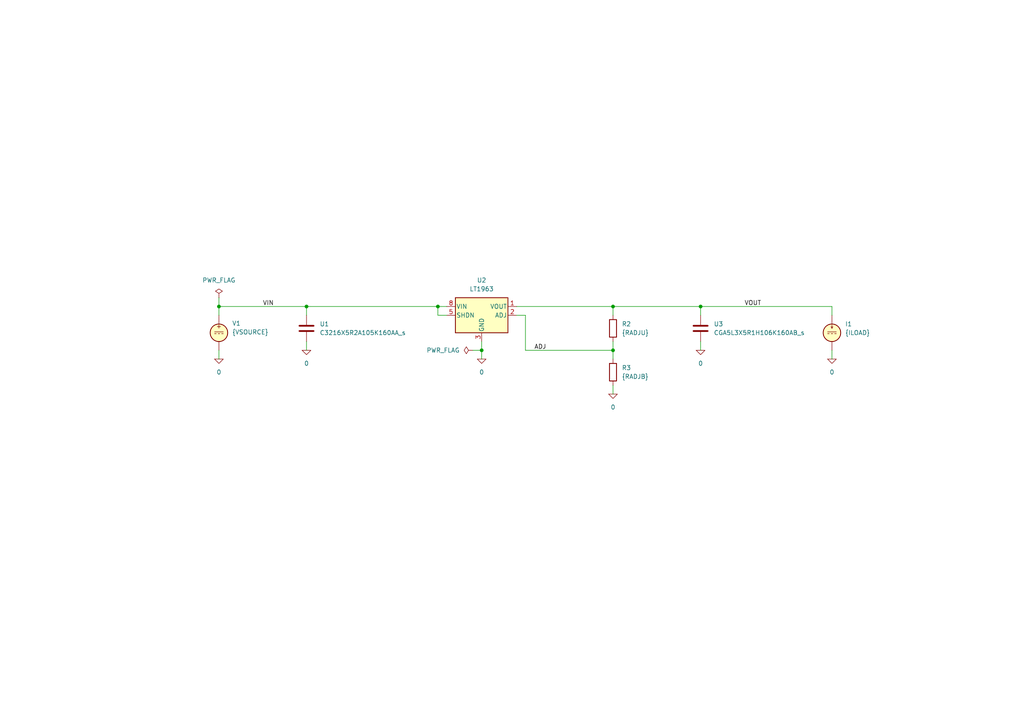
<source format=kicad_sch>
(kicad_sch
	(version 20231120)
	(generator "eeschema")
	(generator_version "8.0")
	(uuid "72225d18-1bfd-4413-a524-837d1dc5fb77")
	(paper "A4")
	(title_block
		(title "1.5A, low noise, fast transient response LDO regulator")
		(date "2024-11-28")
		(rev "2")
		(company "astroelectronic@")
		(comment 1 "-")
		(comment 2 "-")
		(comment 3 "-")
		(comment 4 "AE01005963")
	)
	(lib_symbols
		(symbol "C_1"
			(pin_numbers hide)
			(pin_names
				(offset 0.254)
			)
			(exclude_from_sim no)
			(in_bom yes)
			(on_board yes)
			(property "Reference" "C"
				(at 0.635 2.54 0)
				(effects
					(font
						(size 1.27 1.27)
					)
					(justify left)
				)
			)
			(property "Value" "C_1"
				(at 0.635 -2.54 0)
				(effects
					(font
						(size 1.27 1.27)
					)
					(justify left)
				)
			)
			(property "Footprint" ""
				(at 0.9652 -3.81 0)
				(effects
					(font
						(size 1.27 1.27)
					)
					(hide yes)
				)
			)
			(property "Datasheet" "~"
				(at 0 0 0)
				(effects
					(font
						(size 1.27 1.27)
					)
					(hide yes)
				)
			)
			(property "Description" "Unpolarized capacitor"
				(at 0 0 0)
				(effects
					(font
						(size 1.27 1.27)
					)
					(hide yes)
				)
			)
			(property "ki_keywords" "cap capacitor"
				(at 0 0 0)
				(effects
					(font
						(size 1.27 1.27)
					)
					(hide yes)
				)
			)
			(property "ki_fp_filters" "C_*"
				(at 0 0 0)
				(effects
					(font
						(size 1.27 1.27)
					)
					(hide yes)
				)
			)
			(symbol "C_1_0_1"
				(polyline
					(pts
						(xy -2.032 -0.762) (xy 2.032 -0.762)
					)
					(stroke
						(width 0.508)
						(type default)
					)
					(fill
						(type none)
					)
				)
				(polyline
					(pts
						(xy -2.032 0.762) (xy 2.032 0.762)
					)
					(stroke
						(width 0.508)
						(type default)
					)
					(fill
						(type none)
					)
				)
			)
			(symbol "C_1_1_1"
				(pin passive line
					(at 0 3.81 270)
					(length 2.794)
					(name "~"
						(effects
							(font
								(size 1.27 1.27)
							)
						)
					)
					(number "1"
						(effects
							(font
								(size 1.27 1.27)
							)
						)
					)
				)
				(pin passive line
					(at 0 -3.81 90)
					(length 2.794)
					(name "~"
						(effects
							(font
								(size 1.27 1.27)
							)
						)
					)
					(number "2"
						(effects
							(font
								(size 1.27 1.27)
							)
						)
					)
				)
			)
		)
		(symbol "C_2"
			(pin_numbers hide)
			(pin_names
				(offset 0.254)
			)
			(exclude_from_sim no)
			(in_bom yes)
			(on_board yes)
			(property "Reference" "C"
				(at 0.635 2.54 0)
				(effects
					(font
						(size 1.27 1.27)
					)
					(justify left)
				)
			)
			(property "Value" "C_2"
				(at 0.635 -2.54 0)
				(effects
					(font
						(size 1.27 1.27)
					)
					(justify left)
				)
			)
			(property "Footprint" ""
				(at 0.9652 -3.81 0)
				(effects
					(font
						(size 1.27 1.27)
					)
					(hide yes)
				)
			)
			(property "Datasheet" "~"
				(at 0 0 0)
				(effects
					(font
						(size 1.27 1.27)
					)
					(hide yes)
				)
			)
			(property "Description" "Unpolarized capacitor"
				(at 0 0 0)
				(effects
					(font
						(size 1.27 1.27)
					)
					(hide yes)
				)
			)
			(property "ki_keywords" "cap capacitor"
				(at 0 0 0)
				(effects
					(font
						(size 1.27 1.27)
					)
					(hide yes)
				)
			)
			(property "ki_fp_filters" "C_*"
				(at 0 0 0)
				(effects
					(font
						(size 1.27 1.27)
					)
					(hide yes)
				)
			)
			(symbol "C_2_0_1"
				(polyline
					(pts
						(xy -2.032 -0.762) (xy 2.032 -0.762)
					)
					(stroke
						(width 0.508)
						(type default)
					)
					(fill
						(type none)
					)
				)
				(polyline
					(pts
						(xy -2.032 0.762) (xy 2.032 0.762)
					)
					(stroke
						(width 0.508)
						(type default)
					)
					(fill
						(type none)
					)
				)
			)
			(symbol "C_2_1_1"
				(pin passive line
					(at 0 3.81 270)
					(length 2.794)
					(name "~"
						(effects
							(font
								(size 1.27 1.27)
							)
						)
					)
					(number "1"
						(effects
							(font
								(size 1.27 1.27)
							)
						)
					)
				)
				(pin passive line
					(at 0 -3.81 90)
					(length 2.794)
					(name "~"
						(effects
							(font
								(size 1.27 1.27)
							)
						)
					)
					(number "2"
						(effects
							(font
								(size 1.27 1.27)
							)
						)
					)
				)
			)
		)
		(symbol "LT1963:0"
			(power)
			(pin_names
				(offset 0)
			)
			(exclude_from_sim no)
			(in_bom yes)
			(on_board yes)
			(property "Reference" "#GND"
				(at 0 -2.54 0)
				(effects
					(font
						(size 1.27 1.27)
					)
					(hide yes)
				)
			)
			(property "Value" "0"
				(at 0 -1.778 0)
				(effects
					(font
						(size 1.27 1.27)
					)
				)
			)
			(property "Footprint" ""
				(at 0 0 0)
				(effects
					(font
						(size 1.27 1.27)
					)
					(hide yes)
				)
			)
			(property "Datasheet" "~"
				(at 0 0 0)
				(effects
					(font
						(size 1.27 1.27)
					)
					(hide yes)
				)
			)
			(property "Description" "0V reference potential for simulation"
				(at 0 0 0)
				(effects
					(font
						(size 1.27 1.27)
					)
					(hide yes)
				)
			)
			(property "ki_keywords" "simulation"
				(at 0 0 0)
				(effects
					(font
						(size 1.27 1.27)
					)
					(hide yes)
				)
			)
			(symbol "0_0_1"
				(polyline
					(pts
						(xy -1.27 0) (xy 0 -1.27) (xy 1.27 0) (xy -1.27 0)
					)
					(stroke
						(width 0)
						(type default)
					)
					(fill
						(type none)
					)
				)
			)
			(symbol "0_1_1"
				(pin power_in line
					(at 0 0 0)
					(length 0) hide
					(name "0"
						(effects
							(font
								(size 1.016 1.016)
							)
						)
					)
					(number "1"
						(effects
							(font
								(size 1.016 1.016)
							)
						)
					)
				)
			)
		)
		(symbol "LT1963:IDC"
			(pin_numbers hide)
			(pin_names
				(offset 0.0254)
			)
			(exclude_from_sim no)
			(in_bom yes)
			(on_board yes)
			(property "Reference" "I"
				(at 2.54 2.54 0)
				(effects
					(font
						(size 1.27 1.27)
					)
					(justify left)
				)
			)
			(property "Value" "1"
				(at 2.54 0 0)
				(effects
					(font
						(size 1.27 1.27)
					)
					(justify left)
				)
			)
			(property "Footprint" ""
				(at 0 0 0)
				(effects
					(font
						(size 1.27 1.27)
					)
					(hide yes)
				)
			)
			(property "Datasheet" "~"
				(at 0 0 0)
				(effects
					(font
						(size 1.27 1.27)
					)
					(hide yes)
				)
			)
			(property "Description" "Current source, DC"
				(at 0 0 0)
				(effects
					(font
						(size 1.27 1.27)
					)
					(hide yes)
				)
			)
			(property "Sim.Pins" "1=+ 2=-"
				(at 0 0 0)
				(effects
					(font
						(size 1.27 1.27)
					)
					(hide yes)
				)
			)
			(property "Sim.Type" "DC"
				(at 0 0 0)
				(effects
					(font
						(size 1.27 1.27)
					)
					(hide yes)
				)
			)
			(property "Sim.Device" "I"
				(at 0 0 0)
				(effects
					(font
						(size 1.27 1.27)
					)
					(justify left)
					(hide yes)
				)
			)
			(property "Spice_Netlist_Enabled" "Y"
				(at 0 0 0)
				(effects
					(font
						(size 1.27 1.27)
					)
					(justify left)
					(hide yes)
				)
			)
			(property "ki_keywords" "simulation"
				(at 0 0 0)
				(effects
					(font
						(size 1.27 1.27)
					)
					(hide yes)
				)
			)
			(symbol "IDC_0_0"
				(polyline
					(pts
						(xy -1.27 0.254) (xy 1.27 0.254)
					)
					(stroke
						(width 0)
						(type default)
					)
					(fill
						(type none)
					)
				)
				(polyline
					(pts
						(xy -0.762 -0.254) (xy -1.27 -0.254)
					)
					(stroke
						(width 0)
						(type default)
					)
					(fill
						(type none)
					)
				)
				(polyline
					(pts
						(xy 0.254 -0.254) (xy -0.254 -0.254)
					)
					(stroke
						(width 0)
						(type default)
					)
					(fill
						(type none)
					)
				)
				(polyline
					(pts
						(xy 1.27 -0.254) (xy 0.762 -0.254)
					)
					(stroke
						(width 0)
						(type default)
					)
					(fill
						(type none)
					)
				)
			)
			(symbol "IDC_0_1"
				(polyline
					(pts
						(xy 0 1.27) (xy 0 2.286)
					)
					(stroke
						(width 0)
						(type default)
					)
					(fill
						(type none)
					)
				)
				(polyline
					(pts
						(xy -0.254 1.778) (xy 0 1.27) (xy 0.254 1.778)
					)
					(stroke
						(width 0)
						(type default)
					)
					(fill
						(type none)
					)
				)
				(circle
					(center 0 0)
					(radius 2.54)
					(stroke
						(width 0.254)
						(type default)
					)
					(fill
						(type background)
					)
				)
			)
			(symbol "IDC_1_1"
				(pin passive line
					(at 0 5.08 270)
					(length 2.54)
					(name "~"
						(effects
							(font
								(size 1.27 1.27)
							)
						)
					)
					(number "1"
						(effects
							(font
								(size 1.27 1.27)
							)
						)
					)
				)
				(pin passive line
					(at 0 -5.08 90)
					(length 2.54)
					(name "~"
						(effects
							(font
								(size 1.27 1.27)
							)
						)
					)
					(number "2"
						(effects
							(font
								(size 1.27 1.27)
							)
						)
					)
				)
			)
		)
		(symbol "LT1963:LT1963"
			(pin_names
				(offset 0.254)
			)
			(exclude_from_sim no)
			(in_bom yes)
			(on_board yes)
			(property "Reference" "U"
				(at -6.35 6.35 0)
				(effects
					(font
						(size 1.27 1.27)
					)
				)
			)
			(property "Value" "LT1963"
				(at 0 6.35 0)
				(effects
					(font
						(size 1.27 1.27)
					)
					(justify left)
				)
			)
			(property "Footprint" ""
				(at 0 8.255 0)
				(effects
					(font
						(size 1.27 1.27)
					)
					(hide yes)
				)
			)
			(property "Datasheet" "https://www.analog.com/en/products/lt1963.html"
				(at 0 0 0)
				(effects
					(font
						(size 1.27 1.27)
					)
					(hide yes)
				)
			)
			(property "Description" "1.5A, Low Noise, Fast Transient Response LDO Regulators"
				(at 0 0 0)
				(effects
					(font
						(size 1.27 1.27)
					)
					(hide yes)
				)
			)
			(property "ki_keywords" "REGULATOR POSITIVE POWER LDO"
				(at 0 0 0)
				(effects
					(font
						(size 1.27 1.27)
					)
					(hide yes)
				)
			)
			(property "ki_fp_filters" "TSOT?23*"
				(at 0 0 0)
				(effects
					(font
						(size 1.27 1.27)
					)
					(hide yes)
				)
			)
			(symbol "LT1963_0_1"
				(rectangle
					(start -7.62 5.08)
					(end 7.62 -5.08)
					(stroke
						(width 0.254)
						(type default)
					)
					(fill
						(type background)
					)
				)
			)
			(symbol "LT1963_1_1"
				(pin passive line
					(at 10.16 2.54 180)
					(length 2.54)
					(name "VOUT"
						(effects
							(font
								(size 1.27 1.27)
							)
						)
					)
					(number "1"
						(effects
							(font
								(size 1.27 1.27)
							)
						)
					)
				)
				(pin passive line
					(at 10.16 0 180)
					(length 2.54)
					(name "ADJ"
						(effects
							(font
								(size 1.27 1.27)
							)
						)
					)
					(number "2"
						(effects
							(font
								(size 1.27 1.27)
							)
						)
					)
				)
				(pin passive line
					(at 0 -7.62 90)
					(length 2.54)
					(name "GND"
						(effects
							(font
								(size 1.27 1.27)
							)
						)
					)
					(number "3"
						(effects
							(font
								(size 1.27 1.27)
							)
						)
					)
				)
				(pin passive line
					(at -10.16 0 0)
					(length 2.54)
					(name "SHDN"
						(effects
							(font
								(size 1.27 1.27)
							)
						)
					)
					(number "5"
						(effects
							(font
								(size 1.27 1.27)
							)
						)
					)
				)
				(pin passive line
					(at -10.16 2.54 0)
					(length 2.54)
					(name "VIN"
						(effects
							(font
								(size 1.27 1.27)
							)
						)
					)
					(number "8"
						(effects
							(font
								(size 1.27 1.27)
							)
						)
					)
				)
			)
		)
		(symbol "LT1963:PWR_FLAG"
			(power)
			(pin_numbers hide)
			(pin_names
				(offset 0) hide)
			(exclude_from_sim no)
			(in_bom yes)
			(on_board yes)
			(property "Reference" "#FLG"
				(at 0 1.905 0)
				(effects
					(font
						(size 1.27 1.27)
					)
					(hide yes)
				)
			)
			(property "Value" "PWR_FLAG"
				(at 0 3.81 0)
				(effects
					(font
						(size 1.27 1.27)
					)
				)
			)
			(property "Footprint" ""
				(at 0 0 0)
				(effects
					(font
						(size 1.27 1.27)
					)
					(hide yes)
				)
			)
			(property "Datasheet" "~"
				(at 0 0 0)
				(effects
					(font
						(size 1.27 1.27)
					)
					(hide yes)
				)
			)
			(property "Description" "Special symbol for telling ERC where power comes from"
				(at 0 0 0)
				(effects
					(font
						(size 1.27 1.27)
					)
					(hide yes)
				)
			)
			(property "ki_keywords" "flag power"
				(at 0 0 0)
				(effects
					(font
						(size 1.27 1.27)
					)
					(hide yes)
				)
			)
			(symbol "PWR_FLAG_0_0"
				(pin power_out line
					(at 0 0 90)
					(length 0)
					(name "pwr"
						(effects
							(font
								(size 1.27 1.27)
							)
						)
					)
					(number "1"
						(effects
							(font
								(size 1.27 1.27)
							)
						)
					)
				)
			)
			(symbol "PWR_FLAG_0_1"
				(polyline
					(pts
						(xy 0 0) (xy 0 1.27) (xy -1.016 1.905) (xy 0 2.54) (xy 1.016 1.905) (xy 0 1.27)
					)
					(stroke
						(width 0)
						(type default)
					)
					(fill
						(type none)
					)
				)
			)
		)
		(symbol "LT1963:R"
			(pin_numbers hide)
			(pin_names
				(offset 0)
			)
			(exclude_from_sim no)
			(in_bom yes)
			(on_board yes)
			(property "Reference" "R"
				(at 2.032 0 90)
				(effects
					(font
						(size 1.27 1.27)
					)
				)
			)
			(property "Value" "R"
				(at 0 0 90)
				(effects
					(font
						(size 1.27 1.27)
					)
				)
			)
			(property "Footprint" ""
				(at -1.778 0 90)
				(effects
					(font
						(size 1.27 1.27)
					)
					(hide yes)
				)
			)
			(property "Datasheet" "~"
				(at 0 0 0)
				(effects
					(font
						(size 1.27 1.27)
					)
					(hide yes)
				)
			)
			(property "Description" "Resistor"
				(at 0 0 0)
				(effects
					(font
						(size 1.27 1.27)
					)
					(hide yes)
				)
			)
			(property "ki_keywords" "R res resistor"
				(at 0 0 0)
				(effects
					(font
						(size 1.27 1.27)
					)
					(hide yes)
				)
			)
			(property "ki_fp_filters" "R_*"
				(at 0 0 0)
				(effects
					(font
						(size 1.27 1.27)
					)
					(hide yes)
				)
			)
			(symbol "R_0_1"
				(rectangle
					(start -1.016 -2.54)
					(end 1.016 2.54)
					(stroke
						(width 0.254)
						(type default)
					)
					(fill
						(type none)
					)
				)
			)
			(symbol "R_1_1"
				(pin passive line
					(at 0 3.81 270)
					(length 1.27)
					(name "~"
						(effects
							(font
								(size 1.27 1.27)
							)
						)
					)
					(number "1"
						(effects
							(font
								(size 1.27 1.27)
							)
						)
					)
				)
				(pin passive line
					(at 0 -3.81 90)
					(length 1.27)
					(name "~"
						(effects
							(font
								(size 1.27 1.27)
							)
						)
					)
					(number "2"
						(effects
							(font
								(size 1.27 1.27)
							)
						)
					)
				)
			)
		)
		(symbol "LT1963:VDC"
			(pin_numbers hide)
			(pin_names
				(offset 0.0254)
			)
			(exclude_from_sim no)
			(in_bom yes)
			(on_board yes)
			(property "Reference" "V"
				(at 2.54 2.54 0)
				(effects
					(font
						(size 1.27 1.27)
					)
					(justify left)
				)
			)
			(property "Value" "1"
				(at 2.54 0 0)
				(effects
					(font
						(size 1.27 1.27)
					)
					(justify left)
				)
			)
			(property "Footprint" ""
				(at 0 0 0)
				(effects
					(font
						(size 1.27 1.27)
					)
					(hide yes)
				)
			)
			(property "Datasheet" "~"
				(at 0 0 0)
				(effects
					(font
						(size 1.27 1.27)
					)
					(hide yes)
				)
			)
			(property "Description" "Voltage source, DC"
				(at 0 0 0)
				(effects
					(font
						(size 1.27 1.27)
					)
					(hide yes)
				)
			)
			(property "Sim.Pins" "1=+ 2=-"
				(at 0 0 0)
				(effects
					(font
						(size 1.27 1.27)
					)
					(hide yes)
				)
			)
			(property "Sim.Type" "DC"
				(at 0 0 0)
				(effects
					(font
						(size 1.27 1.27)
					)
					(hide yes)
				)
			)
			(property "Sim.Device" "V"
				(at 0 0 0)
				(effects
					(font
						(size 1.27 1.27)
					)
					(justify left)
					(hide yes)
				)
			)
			(property "Spice_Netlist_Enabled" "Y"
				(at 0 0 0)
				(effects
					(font
						(size 1.27 1.27)
					)
					(justify left)
					(hide yes)
				)
			)
			(property "ki_keywords" "simulation"
				(at 0 0 0)
				(effects
					(font
						(size 1.27 1.27)
					)
					(hide yes)
				)
			)
			(symbol "VDC_0_0"
				(polyline
					(pts
						(xy -1.27 0.254) (xy 1.27 0.254)
					)
					(stroke
						(width 0)
						(type default)
					)
					(fill
						(type none)
					)
				)
				(polyline
					(pts
						(xy -0.762 -0.254) (xy -1.27 -0.254)
					)
					(stroke
						(width 0)
						(type default)
					)
					(fill
						(type none)
					)
				)
				(polyline
					(pts
						(xy 0.254 -0.254) (xy -0.254 -0.254)
					)
					(stroke
						(width 0)
						(type default)
					)
					(fill
						(type none)
					)
				)
				(polyline
					(pts
						(xy 1.27 -0.254) (xy 0.762 -0.254)
					)
					(stroke
						(width 0)
						(type default)
					)
					(fill
						(type none)
					)
				)
				(text "+"
					(at 0 1.905 0)
					(effects
						(font
							(size 1.27 1.27)
						)
					)
				)
			)
			(symbol "VDC_0_1"
				(circle
					(center 0 0)
					(radius 2.54)
					(stroke
						(width 0.254)
						(type default)
					)
					(fill
						(type background)
					)
				)
			)
			(symbol "VDC_1_1"
				(pin passive line
					(at 0 5.08 270)
					(length 2.54)
					(name "~"
						(effects
							(font
								(size 1.27 1.27)
							)
						)
					)
					(number "1"
						(effects
							(font
								(size 1.27 1.27)
							)
						)
					)
				)
				(pin passive line
					(at 0 -5.08 90)
					(length 2.54)
					(name "~"
						(effects
							(font
								(size 1.27 1.27)
							)
						)
					)
					(number "2"
						(effects
							(font
								(size 1.27 1.27)
							)
						)
					)
				)
			)
		)
	)
	(junction
		(at 203.2 88.9)
		(diameter 0)
		(color 0 0 0 0)
		(uuid "11109602-1aa3-4662-aaee-cd7778ed68d3")
	)
	(junction
		(at 177.8 88.9)
		(diameter 0)
		(color 0 0 0 0)
		(uuid "42864d58-f36f-475f-827e-a50cd7d9d3a0")
	)
	(junction
		(at 177.8 101.6)
		(diameter 0)
		(color 0 0 0 0)
		(uuid "572f6b32-03c9-4d27-afda-0f6f65180ffc")
	)
	(junction
		(at 127 88.9)
		(diameter 0)
		(color 0 0 0 0)
		(uuid "b39e8e9d-ae41-4396-83ce-97e05f76f74b")
	)
	(junction
		(at 63.5 88.9)
		(diameter 0)
		(color 0 0 0 0)
		(uuid "b8a210d7-bdf1-4456-8c25-8a82d5c7f6cf")
	)
	(junction
		(at 88.9 88.9)
		(diameter 0)
		(color 0 0 0 0)
		(uuid "d6a02af8-1190-42d4-8ada-9f6c6c253d1c")
	)
	(junction
		(at 139.7 101.6)
		(diameter 0)
		(color 0 0 0 0)
		(uuid "db638b4a-fca0-4113-af5b-9bc4768de372")
	)
	(wire
		(pts
			(xy 241.3 91.44) (xy 241.3 88.9)
		)
		(stroke
			(width 0)
			(type default)
		)
		(uuid "1356824a-1a49-43ac-856e-20d1d948a33f")
	)
	(wire
		(pts
			(xy 177.8 101.6) (xy 177.8 104.14)
		)
		(stroke
			(width 0)
			(type default)
		)
		(uuid "14ba19cc-cab9-4115-9733-11cb6575238a")
	)
	(wire
		(pts
			(xy 88.9 99.06) (xy 88.9 101.6)
		)
		(stroke
			(width 0)
			(type default)
		)
		(uuid "24428103-292a-4d56-b6a0-2b2cef0552a0")
	)
	(wire
		(pts
			(xy 203.2 99.06) (xy 203.2 101.6)
		)
		(stroke
			(width 0)
			(type default)
		)
		(uuid "2a8d9f39-7015-4ef9-b3b6-73b8662dda40")
	)
	(wire
		(pts
			(xy 177.8 88.9) (xy 203.2 88.9)
		)
		(stroke
			(width 0)
			(type default)
		)
		(uuid "2ce9b536-4aa0-456b-a68c-eaf45f9c02d5")
	)
	(wire
		(pts
			(xy 149.86 88.9) (xy 177.8 88.9)
		)
		(stroke
			(width 0)
			(type default)
		)
		(uuid "4044a957-ffaa-4c2f-9254-eb8c2e8157ce")
	)
	(wire
		(pts
			(xy 139.7 99.06) (xy 139.7 101.6)
		)
		(stroke
			(width 0)
			(type default)
		)
		(uuid "5aa00d47-abc6-48c1-9c9d-2e2c7735ba12")
	)
	(wire
		(pts
			(xy 203.2 91.44) (xy 203.2 88.9)
		)
		(stroke
			(width 0)
			(type default)
		)
		(uuid "62d26abd-ba0c-4339-a528-0b145ba7bae8")
	)
	(wire
		(pts
			(xy 177.8 111.76) (xy 177.8 114.3)
		)
		(stroke
			(width 0)
			(type default)
		)
		(uuid "66d77bf9-f843-4274-8fb3-9aacf38ee482")
	)
	(wire
		(pts
			(xy 127 88.9) (xy 129.54 88.9)
		)
		(stroke
			(width 0)
			(type default)
		)
		(uuid "728f4d99-dd70-4017-8d73-471ab7afc576")
	)
	(wire
		(pts
			(xy 152.4 91.44) (xy 149.86 91.44)
		)
		(stroke
			(width 0)
			(type default)
		)
		(uuid "7a6a1a57-0510-46e9-bbc7-a1b708dac2f2")
	)
	(wire
		(pts
			(xy 241.3 101.6) (xy 241.3 104.14)
		)
		(stroke
			(width 0)
			(type default)
		)
		(uuid "7eec934c-6cc3-47eb-b91a-74863d77add4")
	)
	(wire
		(pts
			(xy 203.2 88.9) (xy 241.3 88.9)
		)
		(stroke
			(width 0)
			(type default)
		)
		(uuid "a77d93fd-8c8f-476d-ba10-649967172bbb")
	)
	(wire
		(pts
			(xy 129.54 91.44) (xy 127 91.44)
		)
		(stroke
			(width 0)
			(type default)
		)
		(uuid "ae493a04-70d8-4322-ac57-bcd6555ada5f")
	)
	(wire
		(pts
			(xy 152.4 101.6) (xy 152.4 91.44)
		)
		(stroke
			(width 0)
			(type default)
		)
		(uuid "bdcd4650-515e-48f6-8bb9-bc5bbc29ef4b")
	)
	(wire
		(pts
			(xy 63.5 88.9) (xy 88.9 88.9)
		)
		(stroke
			(width 0)
			(type default)
		)
		(uuid "be1c155e-5797-4fb6-a745-d1cc0aa3264c")
	)
	(wire
		(pts
			(xy 88.9 88.9) (xy 127 88.9)
		)
		(stroke
			(width 0)
			(type default)
		)
		(uuid "c0a03b20-53c0-4226-8bf9-f9dd00325717")
	)
	(wire
		(pts
			(xy 88.9 88.9) (xy 88.9 91.44)
		)
		(stroke
			(width 0)
			(type default)
		)
		(uuid "ca25e6f0-9cd2-4f65-a389-a3cfbade2b23")
	)
	(wire
		(pts
			(xy 139.7 101.6) (xy 137.16 101.6)
		)
		(stroke
			(width 0)
			(type default)
		)
		(uuid "cd2ecde7-a2b7-46e7-a79f-53450da65f90")
	)
	(wire
		(pts
			(xy 139.7 101.6) (xy 139.7 104.14)
		)
		(stroke
			(width 0)
			(type default)
		)
		(uuid "d1a94bdd-7134-4c78-a2d5-f25a4b0923eb")
	)
	(wire
		(pts
			(xy 177.8 88.9) (xy 177.8 91.44)
		)
		(stroke
			(width 0)
			(type default)
		)
		(uuid "d2b6b60c-8c64-4daa-b0f6-ba30cb3cf25e")
	)
	(wire
		(pts
			(xy 63.5 91.44) (xy 63.5 88.9)
		)
		(stroke
			(width 0)
			(type default)
		)
		(uuid "d2e956d2-fcf1-459e-9dd1-96352e8b6efe")
	)
	(wire
		(pts
			(xy 63.5 86.36) (xy 63.5 88.9)
		)
		(stroke
			(width 0)
			(type default)
		)
		(uuid "d4c083b6-708b-40dc-8a8d-47118ff17940")
	)
	(wire
		(pts
			(xy 177.8 99.06) (xy 177.8 101.6)
		)
		(stroke
			(width 0)
			(type default)
		)
		(uuid "d9561174-456d-4a2a-9f06-a8e41ae2ae6a")
	)
	(wire
		(pts
			(xy 63.5 101.6) (xy 63.5 104.14)
		)
		(stroke
			(width 0)
			(type default)
		)
		(uuid "e6e488de-6bbe-4325-8661-1fc9a3c093c3")
	)
	(wire
		(pts
			(xy 152.4 101.6) (xy 177.8 101.6)
		)
		(stroke
			(width 0)
			(type default)
		)
		(uuid "edf6db8c-9142-4bc6-8df1-2e9ad88b3a67")
	)
	(wire
		(pts
			(xy 127 88.9) (xy 127 91.44)
		)
		(stroke
			(width 0)
			(type default)
		)
		(uuid "f9934a19-2288-4e27-bfed-a4784850ea40")
	)
	(label "VOUT"
		(at 215.9 88.9 0)
		(fields_autoplaced yes)
		(effects
			(font
				(size 1.27 1.27)
			)
			(justify left bottom)
		)
		(uuid "24762aca-e450-47b5-8e72-e7098422ca6b")
	)
	(label "ADJ"
		(at 154.94 101.6 0)
		(fields_autoplaced yes)
		(effects
			(font
				(size 1.27 1.27)
			)
			(justify left bottom)
		)
		(uuid "81ea7eac-d918-446e-8f07-195c3b50ec83")
	)
	(label "VIN"
		(at 76.2 88.9 0)
		(fields_autoplaced yes)
		(effects
			(font
				(size 1.27 1.27)
			)
			(justify left bottom)
		)
		(uuid "ce8c0197-12fa-46ad-99d9-f8922b3114cb")
	)
	(symbol
		(lib_id "LT1963:0")
		(at 88.9 101.6 0)
		(unit 1)
		(exclude_from_sim no)
		(in_bom yes)
		(on_board yes)
		(dnp no)
		(fields_autoplaced yes)
		(uuid "0268f42e-e91b-4228-ae8f-e4c54ec3fe40")
		(property "Reference" "#GND0106"
			(at 88.9 104.14 0)
			(effects
				(font
					(size 1.27 1.27)
				)
				(hide yes)
			)
		)
		(property "Value" "0"
			(at 88.9 105.41 0)
			(effects
				(font
					(size 1.27 1.27)
				)
			)
		)
		(property "Footprint" ""
			(at 88.9 101.6 0)
			(effects
				(font
					(size 1.27 1.27)
				)
				(hide yes)
			)
		)
		(property "Datasheet" "~"
			(at 88.9 101.6 0)
			(effects
				(font
					(size 1.27 1.27)
				)
				(hide yes)
			)
		)
		(property "Description" ""
			(at 88.9 101.6 0)
			(effects
				(font
					(size 1.27 1.27)
				)
				(hide yes)
			)
		)
		(pin "1"
			(uuid "87809094-6005-4f08-a78c-1cb4819790d4")
		)
		(instances
			(project ""
				(path "/299e05e8-dbf0-4e09-95e6-bf919f522382"
					(reference "#GND0106")
					(unit 1)
				)
			)
			(project ""
				(path "/72225d18-1bfd-4413-a524-837d1dc5fb77"
					(reference "#GND0106")
					(unit 1)
				)
			)
		)
	)
	(symbol
		(lib_id "LT1963:0")
		(at 63.5 104.14 0)
		(unit 1)
		(exclude_from_sim no)
		(in_bom yes)
		(on_board yes)
		(dnp no)
		(fields_autoplaced yes)
		(uuid "2636227d-dfd1-4aac-8057-54746b3d0781")
		(property "Reference" "#GND0105"
			(at 63.5 106.68 0)
			(effects
				(font
					(size 1.27 1.27)
				)
				(hide yes)
			)
		)
		(property "Value" "0"
			(at 63.5 107.95 0)
			(effects
				(font
					(size 1.27 1.27)
				)
			)
		)
		(property "Footprint" ""
			(at 63.5 104.14 0)
			(effects
				(font
					(size 1.27 1.27)
				)
				(hide yes)
			)
		)
		(property "Datasheet" "~"
			(at 63.5 104.14 0)
			(effects
				(font
					(size 1.27 1.27)
				)
				(hide yes)
			)
		)
		(property "Description" ""
			(at 63.5 104.14 0)
			(effects
				(font
					(size 1.27 1.27)
				)
				(hide yes)
			)
		)
		(pin "1"
			(uuid "f6042a3f-6901-42ff-989d-e64f26386100")
		)
		(instances
			(project ""
				(path "/299e05e8-dbf0-4e09-95e6-bf919f522382"
					(reference "#GND0105")
					(unit 1)
				)
			)
			(project ""
				(path "/72225d18-1bfd-4413-a524-837d1dc5fb77"
					(reference "#GND0105")
					(unit 1)
				)
			)
		)
	)
	(symbol
		(lib_name "LT1963:IDC")
		(lib_id "LT1963:IDC")
		(at 241.3 96.52 0)
		(unit 1)
		(exclude_from_sim no)
		(in_bom yes)
		(on_board yes)
		(dnp no)
		(fields_autoplaced yes)
		(uuid "298384bb-7d38-4da4-8df4-4a5870f13a7e")
		(property "Reference" "I1"
			(at 245.11 93.9799 0)
			(effects
				(font
					(size 1.27 1.27)
				)
				(justify left)
			)
		)
		(property "Value" "{ILOAD}"
			(at 245.11 96.5199 0)
			(effects
				(font
					(size 1.27 1.27)
				)
				(justify left)
			)
		)
		(property "Footprint" ""
			(at 241.3 96.52 0)
			(effects
				(font
					(size 1.27 1.27)
				)
				(hide yes)
			)
		)
		(property "Datasheet" "~"
			(at 241.3 96.52 0)
			(effects
				(font
					(size 1.27 1.27)
				)
				(hide yes)
			)
		)
		(property "Description" ""
			(at 241.3 96.52 0)
			(effects
				(font
					(size 1.27 1.27)
				)
				(hide yes)
			)
		)
		(property "Sim.Device" "SPICE"
			(at 241.3 96.52 0)
			(effects
				(font
					(size 1.27 1.27)
				)
				(justify left)
				(hide yes)
			)
		)
		(property "Sim.Params" "type=\"I\" model=\"{ILOAD}\" lib=\"\""
			(at 12.7 -10.16 0)
			(effects
				(font
					(size 1.27 1.27)
				)
				(hide yes)
			)
		)
		(property "Sim.Pins" "1=1 2=2"
			(at 12.7 -10.16 0)
			(effects
				(font
					(size 1.27 1.27)
				)
				(hide yes)
			)
		)
		(pin "1"
			(uuid "32a72a8c-2687-4119-9922-5a673c19d69c")
		)
		(pin "2"
			(uuid "079d57c3-5333-4c39-8798-a4a1eaea928b")
		)
		(instances
			(project ""
				(path "/299e05e8-dbf0-4e09-95e6-bf919f522382"
					(reference "I1")
					(unit 1)
				)
			)
			(project ""
				(path "/72225d18-1bfd-4413-a524-837d1dc5fb77"
					(reference "I1")
					(unit 1)
				)
			)
		)
	)
	(symbol
		(lib_id "LT1963:R")
		(at 177.8 95.25 0)
		(unit 1)
		(exclude_from_sim no)
		(in_bom yes)
		(on_board yes)
		(dnp no)
		(fields_autoplaced yes)
		(uuid "5179e288-479b-4b93-b9e7-fe29fddc8aad")
		(property "Reference" "R2"
			(at 180.34 93.9799 0)
			(effects
				(font
					(size 1.27 1.27)
				)
				(justify left)
			)
		)
		(property "Value" "{RADJU}"
			(at 180.34 96.5199 0)
			(effects
				(font
					(size 1.27 1.27)
				)
				(justify left)
			)
		)
		(property "Footprint" ""
			(at 176.022 95.25 90)
			(effects
				(font
					(size 1.27 1.27)
				)
				(hide yes)
			)
		)
		(property "Datasheet" "~"
			(at 177.8 95.25 0)
			(effects
				(font
					(size 1.27 1.27)
				)
				(hide yes)
			)
		)
		(property "Description" ""
			(at 177.8 95.25 0)
			(effects
				(font
					(size 1.27 1.27)
				)
				(hide yes)
			)
		)
		(pin "1"
			(uuid "75160e0e-ec09-455e-97e7-7d760a083bc9")
		)
		(pin "2"
			(uuid "4f80291a-1c8e-4654-b7d9-bc61f549b91b")
		)
		(instances
			(project ""
				(path "/299e05e8-dbf0-4e09-95e6-bf919f522382"
					(reference "R2")
					(unit 1)
				)
			)
		)
	)
	(symbol
		(lib_id "LT1963:LT1963")
		(at 139.7 91.44 0)
		(unit 1)
		(exclude_from_sim no)
		(in_bom yes)
		(on_board yes)
		(dnp no)
		(fields_autoplaced yes)
		(uuid "6f3090ca-8a2a-4952-977f-55a0d94c98be")
		(property "Reference" "U2"
			(at 139.7 81.28 0)
			(effects
				(font
					(size 1.27 1.27)
				)
			)
		)
		(property "Value" "LT1963"
			(at 139.7 83.82 0)
			(effects
				(font
					(size 1.27 1.27)
				)
			)
		)
		(property "Footprint" ""
			(at 139.7 83.185 0)
			(effects
				(font
					(size 1.27 1.27)
				)
				(hide yes)
			)
		)
		(property "Datasheet" "https://www.analog.com/en/products/lt1963.html"
			(at 139.7 91.44 0)
			(effects
				(font
					(size 1.27 1.27)
				)
				(hide yes)
			)
		)
		(property "Description" ""
			(at 139.7 91.44 0)
			(effects
				(font
					(size 1.27 1.27)
				)
				(hide yes)
			)
		)
		(property "Sim.Device" "SUBCKT"
			(at 139.7 91.44 0)
			(effects
				(font
					(size 1.27 1.27)
				)
				(hide yes)
			)
		)
		(property "Sim.Pins" "1=1 2=2 3=3 5=5 8=8"
			(at 12.7 -10.16 0)
			(effects
				(font
					(size 1.27 1.27)
				)
				(hide yes)
			)
		)
		(property "Sim.Library" "C:\\AE\\LT1963\\_models\\LT1963.lib"
			(at 139.7 91.44 0)
			(effects
				(font
					(size 1.27 1.27)
				)
				(hide yes)
			)
		)
		(property "Sim.Name" "LT1963"
			(at 139.7 91.44 0)
			(effects
				(font
					(size 1.27 1.27)
				)
				(hide yes)
			)
		)
		(pin "1"
			(uuid "c949554c-ec0d-4ad0-bff2-fe3f66317414")
		)
		(pin "2"
			(uuid "fd824f4f-8143-4f8f-afdf-d2d87ab6ae03")
		)
		(pin "3"
			(uuid "093f7dfa-73fa-44bb-a66f-34adfb0fe6b2")
		)
		(pin "5"
			(uuid "98f21b62-419f-47ff-bd73-50b4e5fdd402")
		)
		(pin "8"
			(uuid "e90f6c44-d6b9-4325-8eac-3d430763a2e3")
		)
		(instances
			(project ""
				(path "/299e05e8-dbf0-4e09-95e6-bf919f522382"
					(reference "U2")
					(unit 1)
				)
			)
			(project ""
				(path "/72225d18-1bfd-4413-a524-837d1dc5fb77"
					(reference "U2")
					(unit 1)
				)
			)
		)
	)
	(symbol
		(lib_id "LT1963:0")
		(at 241.3 104.14 0)
		(unit 1)
		(exclude_from_sim no)
		(in_bom yes)
		(on_board yes)
		(dnp no)
		(fields_autoplaced yes)
		(uuid "88696210-2337-49e0-a868-846f60638ba6")
		(property "Reference" "#GND0102"
			(at 241.3 106.68 0)
			(effects
				(font
					(size 1.27 1.27)
				)
				(hide yes)
			)
		)
		(property "Value" "0"
			(at 241.3 107.95 0)
			(effects
				(font
					(size 1.27 1.27)
				)
			)
		)
		(property "Footprint" ""
			(at 241.3 104.14 0)
			(effects
				(font
					(size 1.27 1.27)
				)
				(hide yes)
			)
		)
		(property "Datasheet" "~"
			(at 241.3 104.14 0)
			(effects
				(font
					(size 1.27 1.27)
				)
				(hide yes)
			)
		)
		(property "Description" ""
			(at 241.3 104.14 0)
			(effects
				(font
					(size 1.27 1.27)
				)
				(hide yes)
			)
		)
		(pin "1"
			(uuid "3cade351-21d9-4845-8a9e-625ec023cc55")
		)
		(instances
			(project ""
				(path "/299e05e8-dbf0-4e09-95e6-bf919f522382"
					(reference "#GND0102")
					(unit 1)
				)
			)
			(project ""
				(path "/72225d18-1bfd-4413-a524-837d1dc5fb77"
					(reference "#GND0102")
					(unit 1)
				)
			)
		)
	)
	(symbol
		(lib_id "LT1963:PWR_FLAG")
		(at 137.16 101.6 90)
		(unit 1)
		(exclude_from_sim no)
		(in_bom yes)
		(on_board yes)
		(dnp no)
		(fields_autoplaced yes)
		(uuid "91e4f036-2f34-4b1f-8ea4-8ab8111a0c38")
		(property "Reference" "#FLG02"
			(at 135.255 101.6 0)
			(effects
				(font
					(size 1.27 1.27)
				)
				(hide yes)
			)
		)
		(property "Value" "PWR_FLAG"
			(at 133.35 101.5999 90)
			(effects
				(font
					(size 1.27 1.27)
				)
				(justify left)
			)
		)
		(property "Footprint" ""
			(at 137.16 101.6 0)
			(effects
				(font
					(size 1.27 1.27)
				)
				(hide yes)
			)
		)
		(property "Datasheet" "~"
			(at 137.16 101.6 0)
			(effects
				(font
					(size 1.27 1.27)
				)
				(hide yes)
			)
		)
		(property "Description" ""
			(at 137.16 101.6 0)
			(effects
				(font
					(size 1.27 1.27)
				)
				(hide yes)
			)
		)
		(pin "1"
			(uuid "24b57ba5-7f01-46a1-9acf-01152a44b808")
		)
		(instances
			(project ""
				(path "/299e05e8-dbf0-4e09-95e6-bf919f522382"
					(reference "#FLG02")
					(unit 1)
				)
			)
			(project ""
				(path "/72225d18-1bfd-4413-a524-837d1dc5fb77"
					(reference "#FLG02")
					(unit 1)
				)
			)
		)
	)
	(symbol
		(lib_id "LT1963:0")
		(at 177.8 114.3 0)
		(unit 1)
		(exclude_from_sim no)
		(in_bom yes)
		(on_board yes)
		(dnp no)
		(fields_autoplaced yes)
		(uuid "b05f9074-b445-4550-9208-ce8c0e549e16")
		(property "Reference" "#GND01"
			(at 177.8 116.84 0)
			(effects
				(font
					(size 1.27 1.27)
				)
				(hide yes)
			)
		)
		(property "Value" "0"
			(at 177.8 118.11 0)
			(effects
				(font
					(size 1.27 1.27)
				)
			)
		)
		(property "Footprint" ""
			(at 177.8 114.3 0)
			(effects
				(font
					(size 1.27 1.27)
				)
				(hide yes)
			)
		)
		(property "Datasheet" "~"
			(at 177.8 114.3 0)
			(effects
				(font
					(size 1.27 1.27)
				)
				(hide yes)
			)
		)
		(property "Description" ""
			(at 177.8 114.3 0)
			(effects
				(font
					(size 1.27 1.27)
				)
				(hide yes)
			)
		)
		(pin "1"
			(uuid "084f9f8f-e52c-4f13-8829-b509f4efeaa8")
		)
		(instances
			(project ""
				(path "/299e05e8-dbf0-4e09-95e6-bf919f522382"
					(reference "#GND01")
					(unit 1)
				)
			)
			(project ""
				(path "/72225d18-1bfd-4413-a524-837d1dc5fb77"
					(reference "#GND01")
					(unit 1)
				)
			)
		)
	)
	(symbol
		(lib_id "LT1963:R")
		(at 177.8 107.95 0)
		(unit 1)
		(exclude_from_sim no)
		(in_bom yes)
		(on_board yes)
		(dnp no)
		(fields_autoplaced yes)
		(uuid "bb33fd3d-f3b1-4002-aec2-c28d2fe5ee94")
		(property "Reference" "R3"
			(at 180.34 106.6799 0)
			(effects
				(font
					(size 1.27 1.27)
				)
				(justify left)
			)
		)
		(property "Value" "{RADJB}"
			(at 180.34 109.2199 0)
			(effects
				(font
					(size 1.27 1.27)
				)
				(justify left)
			)
		)
		(property "Footprint" ""
			(at 176.022 107.95 90)
			(effects
				(font
					(size 1.27 1.27)
				)
				(hide yes)
			)
		)
		(property "Datasheet" "~"
			(at 177.8 107.95 0)
			(effects
				(font
					(size 1.27 1.27)
				)
				(hide yes)
			)
		)
		(property "Description" ""
			(at 177.8 107.95 0)
			(effects
				(font
					(size 1.27 1.27)
				)
				(hide yes)
			)
		)
		(pin "1"
			(uuid "a1132fed-617d-4dc8-8a7e-1bd09af13475")
		)
		(pin "2"
			(uuid "3db95581-d8d1-40e7-85d0-dc714b66ec26")
		)
		(instances
			(project ""
				(path "/299e05e8-dbf0-4e09-95e6-bf919f522382"
					(reference "R3")
					(unit 1)
				)
			)
		)
	)
	(symbol
		(lib_id "LT1963:0")
		(at 139.7 104.14 0)
		(unit 1)
		(exclude_from_sim no)
		(in_bom yes)
		(on_board yes)
		(dnp no)
		(fields_autoplaced yes)
		(uuid "ca00b8cb-82c6-4e39-aef0-5aa9c7125143")
		(property "Reference" "#GND0104"
			(at 139.7 106.68 0)
			(effects
				(font
					(size 1.27 1.27)
				)
				(hide yes)
			)
		)
		(property "Value" "0"
			(at 139.7 107.95 0)
			(effects
				(font
					(size 1.27 1.27)
				)
			)
		)
		(property "Footprint" ""
			(at 139.7 104.14 0)
			(effects
				(font
					(size 1.27 1.27)
				)
				(hide yes)
			)
		)
		(property "Datasheet" "~"
			(at 139.7 104.14 0)
			(effects
				(font
					(size 1.27 1.27)
				)
				(hide yes)
			)
		)
		(property "Description" ""
			(at 139.7 104.14 0)
			(effects
				(font
					(size 1.27 1.27)
				)
				(hide yes)
			)
		)
		(pin "1"
			(uuid "e2176f4e-b1df-4cf9-9201-f9e49451cf28")
		)
		(instances
			(project ""
				(path "/299e05e8-dbf0-4e09-95e6-bf919f522382"
					(reference "#GND0104")
					(unit 1)
				)
			)
			(project ""
				(path "/72225d18-1bfd-4413-a524-837d1dc5fb77"
					(reference "#GND0104")
					(unit 1)
				)
			)
		)
	)
	(symbol
		(lib_name "C_1")
		(lib_id "LT1963:C_1")
		(at 203.2 95.25 0)
		(unit 1)
		(exclude_from_sim no)
		(in_bom yes)
		(on_board yes)
		(dnp no)
		(fields_autoplaced yes)
		(uuid "ca4e33ea-f1af-4f32-af7b-7ca71fd4b6e8")
		(property "Reference" "U3"
			(at 207.01 93.9799 0)
			(effects
				(font
					(size 1.27 1.27)
				)
				(justify left)
			)
		)
		(property "Value" "CGA5L3X5R1H106K160AB_s"
			(at 207.01 96.5199 0)
			(effects
				(font
					(size 1.27 1.27)
				)
				(justify left)
			)
		)
		(property "Footprint" ""
			(at 204.1652 99.06 0)
			(effects
				(font
					(size 1.27 1.27)
				)
				(hide yes)
			)
		)
		(property "Datasheet" "~"
			(at 203.2 95.25 0)
			(effects
				(font
					(size 1.27 1.27)
				)
				(hide yes)
			)
		)
		(property "Description" ""
			(at 203.2 95.25 0)
			(effects
				(font
					(size 1.27 1.27)
				)
				(hide yes)
			)
		)
		(property "Sim.Device" "SUBCKT"
			(at 203.2 95.25 0)
			(effects
				(font
					(size 1.27 1.27)
				)
				(hide yes)
			)
		)
		(property "Sim.Pins" "1=n1 2=n2"
			(at 12.7 -10.16 0)
			(effects
				(font
					(size 1.27 1.27)
				)
				(hide yes)
			)
		)
		(property "Sim.Library" "C:\\AE\\LT1963\\_models\\CGA5L3X5R1H106K160AB_s.mod"
			(at 203.2 95.25 0)
			(effects
				(font
					(size 1.27 1.27)
				)
				(hide yes)
			)
		)
		(property "Sim.Name" "CGA5L3X5R1H106K160AB_s"
			(at 203.2 95.25 0)
			(effects
				(font
					(size 1.27 1.27)
				)
				(hide yes)
			)
		)
		(pin "1"
			(uuid "fc9fd457-6032-44fe-9d79-d3060e6539af")
		)
		(pin "2"
			(uuid "95e0d935-97fa-4866-9c22-7b59c6b002c4")
		)
		(instances
			(project ""
				(path "/299e05e8-dbf0-4e09-95e6-bf919f522382"
					(reference "U3")
					(unit 1)
				)
			)
			(project ""
				(path "/72225d18-1bfd-4413-a524-837d1dc5fb77"
					(reference "U3")
					(unit 1)
				)
			)
		)
	)
	(symbol
		(lib_id "LT1963:0")
		(at 203.2 101.6 0)
		(unit 1)
		(exclude_from_sim no)
		(in_bom yes)
		(on_board yes)
		(dnp no)
		(fields_autoplaced yes)
		(uuid "cef154e8-0aac-4ac9-b070-00e82061b100")
		(property "Reference" "#GND0101"
			(at 203.2 104.14 0)
			(effects
				(font
					(size 1.27 1.27)
				)
				(hide yes)
			)
		)
		(property "Value" "0"
			(at 203.2 105.41 0)
			(effects
				(font
					(size 1.27 1.27)
				)
			)
		)
		(property "Footprint" ""
			(at 203.2 101.6 0)
			(effects
				(font
					(size 1.27 1.27)
				)
				(hide yes)
			)
		)
		(property "Datasheet" "~"
			(at 203.2 101.6 0)
			(effects
				(font
					(size 1.27 1.27)
				)
				(hide yes)
			)
		)
		(property "Description" ""
			(at 203.2 101.6 0)
			(effects
				(font
					(size 1.27 1.27)
				)
				(hide yes)
			)
		)
		(pin "1"
			(uuid "3d59f652-89a8-40ea-a4d2-265c07a83b2f")
		)
		(instances
			(project ""
				(path "/299e05e8-dbf0-4e09-95e6-bf919f522382"
					(reference "#GND0101")
					(unit 1)
				)
			)
			(project ""
				(path "/72225d18-1bfd-4413-a524-837d1dc5fb77"
					(reference "#GND0101")
					(unit 1)
				)
			)
		)
	)
	(symbol
		(lib_name "LT1963:VDC")
		(lib_id "LT1963:VDC")
		(at 63.5 96.52 0)
		(unit 1)
		(exclude_from_sim no)
		(in_bom yes)
		(on_board yes)
		(dnp no)
		(fields_autoplaced yes)
		(uuid "d4e4382f-6a58-4af7-83c8-7a4c17776f04")
		(property "Reference" "V1"
			(at 67.31 93.7901 0)
			(effects
				(font
					(size 1.27 1.27)
				)
				(justify left)
			)
		)
		(property "Value" "{VSOURCE}"
			(at 67.31 96.3301 0)
			(effects
				(font
					(size 1.27 1.27)
				)
				(justify left)
			)
		)
		(property "Footprint" ""
			(at 63.5 96.52 0)
			(effects
				(font
					(size 1.27 1.27)
				)
				(hide yes)
			)
		)
		(property "Datasheet" "~"
			(at 63.5 96.52 0)
			(effects
				(font
					(size 1.27 1.27)
				)
				(hide yes)
			)
		)
		(property "Description" ""
			(at 63.5 96.52 0)
			(effects
				(font
					(size 1.27 1.27)
				)
				(hide yes)
			)
		)
		(property "Sim.Device" "SPICE"
			(at 63.5 96.52 0)
			(effects
				(font
					(size 1.27 1.27)
				)
				(justify left)
				(hide yes)
			)
		)
		(property "Sim.Params" "type=\"V\" model=\"{VSOURCE}\" lib=\"\""
			(at 12.7 -10.16 0)
			(effects
				(font
					(size 1.27 1.27)
				)
				(hide yes)
			)
		)
		(property "Sim.Pins" "1=1 2=2"
			(at 12.7 -10.16 0)
			(effects
				(font
					(size 1.27 1.27)
				)
				(hide yes)
			)
		)
		(pin "1"
			(uuid "52f65080-6718-408b-97eb-e1fee1be57a4")
		)
		(pin "2"
			(uuid "9d2a87f4-2e16-4f88-a8e9-3194bdd8fbca")
		)
		(instances
			(project ""
				(path "/299e05e8-dbf0-4e09-95e6-bf919f522382"
					(reference "V1")
					(unit 1)
				)
			)
			(project ""
				(path "/72225d18-1bfd-4413-a524-837d1dc5fb77"
					(reference "V1")
					(unit 1)
				)
			)
		)
	)
	(symbol
		(lib_id "LT1963:PWR_FLAG")
		(at 63.5 86.36 0)
		(unit 1)
		(exclude_from_sim no)
		(in_bom yes)
		(on_board yes)
		(dnp no)
		(fields_autoplaced yes)
		(uuid "da96c7af-d84c-4600-b926-e49390dab6c9")
		(property "Reference" "#FLG01"
			(at 63.5 84.455 0)
			(effects
				(font
					(size 1.27 1.27)
				)
				(hide yes)
			)
		)
		(property "Value" "PWR_FLAG"
			(at 63.5 81.28 0)
			(effects
				(font
					(size 1.27 1.27)
				)
			)
		)
		(property "Footprint" ""
			(at 63.5 86.36 0)
			(effects
				(font
					(size 1.27 1.27)
				)
				(hide yes)
			)
		)
		(property "Datasheet" "~"
			(at 63.5 86.36 0)
			(effects
				(font
					(size 1.27 1.27)
				)
				(hide yes)
			)
		)
		(property "Description" ""
			(at 63.5 86.36 0)
			(effects
				(font
					(size 1.27 1.27)
				)
				(hide yes)
			)
		)
		(pin "1"
			(uuid "f0cfcd9f-1b1c-4387-976d-318d5eb9afac")
		)
		(instances
			(project ""
				(path "/299e05e8-dbf0-4e09-95e6-bf919f522382"
					(reference "#FLG01")
					(unit 1)
				)
			)
			(project ""
				(path "/72225d18-1bfd-4413-a524-837d1dc5fb77"
					(reference "#FLG01")
					(unit 1)
				)
			)
		)
	)
	(symbol
		(lib_name "C_2")
		(lib_id "LT1963:C_2")
		(at 88.9 95.25 0)
		(unit 1)
		(exclude_from_sim no)
		(in_bom yes)
		(on_board yes)
		(dnp no)
		(fields_autoplaced yes)
		(uuid "e09d8dd9-00a5-4e43-bd5e-e905314a3ff4")
		(property "Reference" "U1"
			(at 92.71 93.9799 0)
			(effects
				(font
					(size 1.27 1.27)
				)
				(justify left)
			)
		)
		(property "Value" "C3216X5R2A105K160AA_s"
			(at 92.71 96.5199 0)
			(effects
				(font
					(size 1.27 1.27)
				)
				(justify left)
			)
		)
		(property "Footprint" ""
			(at 89.8652 99.06 0)
			(effects
				(font
					(size 1.27 1.27)
				)
				(hide yes)
			)
		)
		(property "Datasheet" "~"
			(at 88.9 95.25 0)
			(effects
				(font
					(size 1.27 1.27)
				)
				(hide yes)
			)
		)
		(property "Description" ""
			(at 88.9 95.25 0)
			(effects
				(font
					(size 1.27 1.27)
				)
				(hide yes)
			)
		)
		(property "Sim.Device" "SUBCKT"
			(at 88.9 95.25 0)
			(effects
				(font
					(size 1.27 1.27)
				)
				(hide yes)
			)
		)
		(property "Sim.Pins" "1=n1 2=n2"
			(at 12.7 -10.16 0)
			(effects
				(font
					(size 1.27 1.27)
				)
				(hide yes)
			)
		)
		(property "Sim.Library" "C:\\AE\\LT1963\\_models\\C3216X5R2A105K160AA_s.mod"
			(at 88.9 95.25 0)
			(effects
				(font
					(size 1.27 1.27)
				)
				(hide yes)
			)
		)
		(property "Sim.Name" "C3216X5R2A105K160AA_s"
			(at 88.9 95.25 0)
			(effects
				(font
					(size 1.27 1.27)
				)
				(hide yes)
			)
		)
		(pin "1"
			(uuid "a4dabcb5-741b-4cbf-8a46-2984be6a0d1d")
		)
		(pin "2"
			(uuid "7b020a18-5e71-47d4-abe9-37db2d1440c1")
		)
		(instances
			(project ""
				(path "/299e05e8-dbf0-4e09-95e6-bf919f522382"
					(reference "U1")
					(unit 1)
				)
			)
			(project ""
				(path "/72225d18-1bfd-4413-a524-837d1dc5fb77"
					(reference "U1")
					(unit 1)
				)
			)
		)
	)
	(sheet_instances
		(path "/"
			(page "1")
		)
	)
)

</source>
